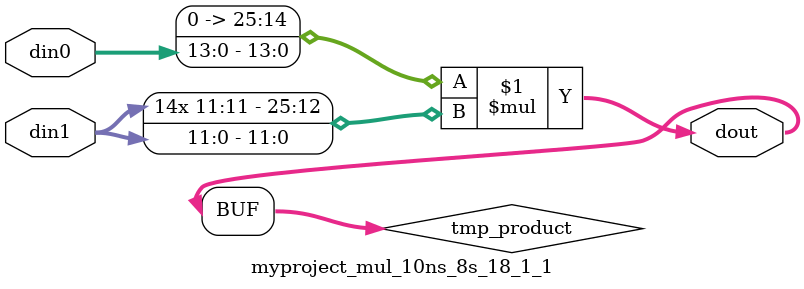
<source format=v>

`timescale 1 ns / 1 ps

 module myproject_mul_10ns_8s_18_1_1(din0, din1, dout);
parameter ID = 1;
parameter NUM_STAGE = 0;
parameter din0_WIDTH = 14;
parameter din1_WIDTH = 12;
parameter dout_WIDTH = 26;

input [din0_WIDTH - 1 : 0] din0; 
input [din1_WIDTH - 1 : 0] din1; 
output [dout_WIDTH - 1 : 0] dout;

wire signed [dout_WIDTH - 1 : 0] tmp_product;

























assign tmp_product = $signed({1'b0, din0}) * $signed(din1);










assign dout = tmp_product;





















endmodule

</source>
